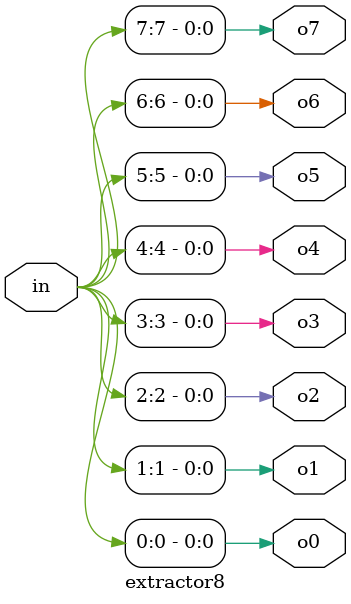
<source format=v>
`timescale 1ns / 1ps
module extractor8(
	in,
	o0,o1,o2,o3,
	o4,o5,o6,o7
	);
	input [7:0] in;
	output o0;
	output o1;
	output o2;
	output o3;
	output o4;
	output o5;
	output o6;
	output o7;

	assign o0 = in[0];
	assign o1 = in[1];
	assign o2 = in[2];
	assign o3 = in[3];
	assign o4 = in[4];
	assign o5 = in[5];
	assign o6 = in[6];
	assign o7 = in[7];

endmodule


</source>
